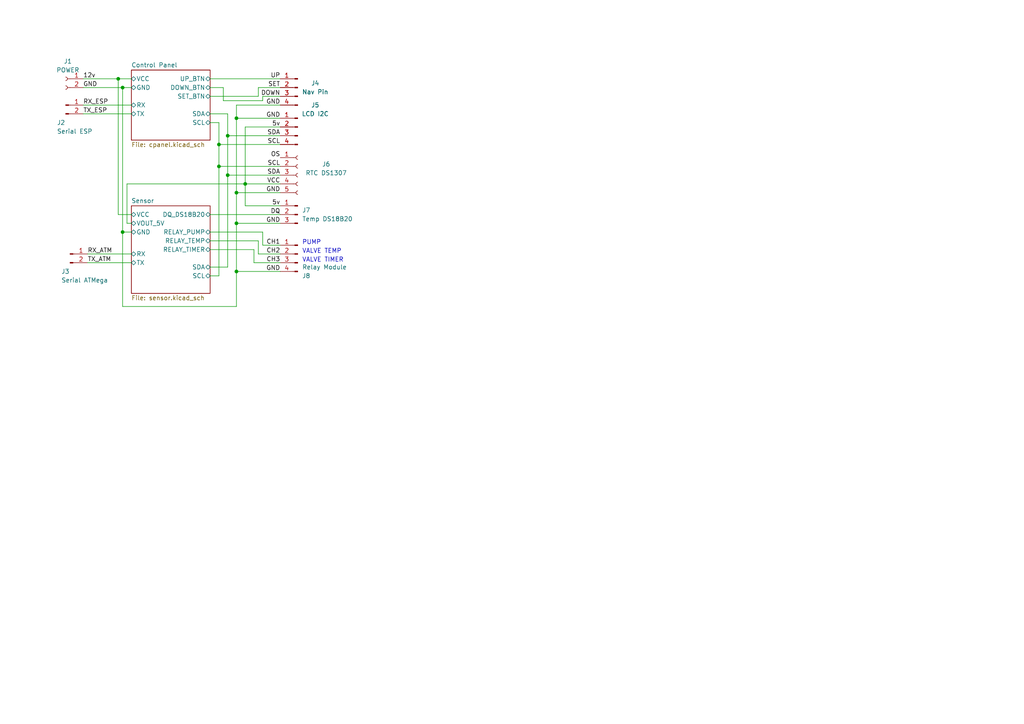
<source format=kicad_sch>
(kicad_sch (version 20211123) (generator eeschema)
  (paper "A4")
  (lib_symbols
    (symbol "Connector:Conn_01x02_Female" (pin_names (offset 1.016) hide)
      (property "Reference" "J" (at 0 2.54 0))
      (property "Value" "Conn_01x02_Female" (at 0 -5.08 0))
      (symbol "Conn_01x02_Female_1_1"
        (arc (start 0 -2.032) (mid -0.508 -2.54) (end 0 -3.048) (stroke (width 0.1524)))
        (polyline (pts (xy -1.27 -2.54) (xy -0.508 -2.54)) (stroke (width 0.1524)))
        (polyline (pts (xy -1.27 0) (xy -0.508 0)) (stroke (width 0.1524)))
        (arc (start 0 0.508) (mid -0.508 0) (end 0 -0.508) (stroke (width 0.1524)))
        (pin passive line (at -5.08 0 0) (length 3.81) (name "Pin_1") (number "1"))
        (pin passive line (at -5.08 -2.54 0) (length 3.81) (name "Pin_2") (number "2"))
      )
    )
    (symbol "Connector:Conn_01x02_Male" (pin_names (offset 1.016) hide)
      (property "Reference" "J" (at 0 2.54 0))
      (property "Value" "Conn_01x02_Male" (at 0 -5.08 0))
      (symbol "Conn_01x02_Male_1_1"
        (polyline (pts (xy 1.27 -2.54) (xy 0.8636 -2.54)) (stroke (width 0.1524)))
        (polyline (pts (xy 1.27 0) (xy 0.8636 0)) (stroke (width 0.1524)))
        (rectangle (start 0.8636 -2.413) (end 0 -2.667) (stroke (width 0.1524)) (fill (type outline)))
        (rectangle (start 0.8636 0.127) (end 0 -0.127) (stroke (width 0.1524)) (fill (type outline)))
        (pin passive line (at 5.08 0 180) (length 3.81) (name "Pin_1") (number "1"))
        (pin passive line (at 5.08 -2.54 180) (length 3.81) (name "Pin_2") (number "2"))
      )
    )
    (symbol "Connector:Conn_01x03_Male" (pin_names (offset 1.016) hide)
      (property "Reference" "J" (at 0 5.08 0))
      (property "Value" "Conn_01x03_Male" (at 0 -5.08 0))
      (symbol "Conn_01x03_Male_1_1"
        (polyline (pts (xy 1.27 -2.54) (xy 0.8636 -2.54)) (stroke (width 0.1524)))
        (polyline (pts (xy 1.27 0) (xy 0.8636 0)) (stroke (width 0.1524)))
        (polyline (pts (xy 1.27 2.54) (xy 0.8636 2.54)) (stroke (width 0.1524)))
        (rectangle (start 0.8636 -2.413) (end 0 -2.667) (stroke (width 0.1524)) (fill (type outline)))
        (rectangle (start 0.8636 0.127) (end 0 -0.127) (stroke (width 0.1524)) (fill (type outline)))
        (rectangle (start 0.8636 2.667) (end 0 2.413) (stroke (width 0.1524)) (fill (type outline)))
        (pin passive line (at 5.08 2.54 180) (length 3.81) (name "Pin_1") (number "1"))
        (pin passive line (at 5.08 0 180) (length 3.81) (name "Pin_2") (number "2"))
        (pin passive line (at 5.08 -2.54 180) (length 3.81) (name "Pin_3") (number "3"))
      )
    )
    (symbol "Connector:Conn_01x04_Male" (pin_names (offset 1.016) hide)
      (property "Reference" "J" (at 0 5.08 0))
      (property "Value" "Conn_01x04_Male" (at 0 -7.62 0))
      (symbol "Conn_01x04_Male_1_1"
        (polyline (pts (xy 1.27 -5.08) (xy 0.8636 -5.08)) (stroke (width 0.1524)))
        (polyline (pts (xy 1.27 -2.54) (xy 0.8636 -2.54)) (stroke (width 0.1524)))
        (polyline (pts (xy 1.27 0) (xy 0.8636 0)) (stroke (width 0.1524)))
        (polyline (pts (xy 1.27 2.54) (xy 0.8636 2.54)) (stroke (width 0.1524)))
        (rectangle (start 0.8636 -4.953) (end 0 -5.207) (stroke (width 0.1524)) (fill (type outline)))
        (rectangle (start 0.8636 -2.413) (end 0 -2.667) (stroke (width 0.1524)) (fill (type outline)))
        (rectangle (start 0.8636 0.127) (end 0 -0.127) (stroke (width 0.1524)) (fill (type outline)))
        (rectangle (start 0.8636 2.667) (end 0 2.413) (stroke (width 0.1524)) (fill (type outline)))
        (pin passive line (at 5.08 2.54 180) (length 3.81) (name "Pin_1") (number "1"))
        (pin passive line (at 5.08 0 180) (length 3.81) (name "Pin_2") (number "2"))
        (pin passive line (at 5.08 -2.54 180) (length 3.81) (name "Pin_3") (number "3"))
        (pin passive line (at 5.08 -5.08 180) (length 3.81) (name "Pin_4") (number "4"))
      )
    )
    (symbol "Connector:Conn_01x05_Female" (pin_names (offset 1.016) hide)
      (property "Reference" "J" (at 0 7.62 0))
      (property "Value" "Conn_01x05_Female" (at 0 -7.62 0))
      (symbol "Conn_01x05_Female_1_1"
        (arc (start 0 -4.572) (mid -0.508 -5.08) (end 0 -5.588) (stroke (width 0.1524)))
        (arc (start 0 -2.032) (mid -0.508 -2.54) (end 0 -3.048) (stroke (width 0.1524)))
        (polyline (pts (xy -1.27 -5.08) (xy -0.508 -5.08)) (stroke (width 0.1524)))
        (polyline (pts (xy -1.27 -2.54) (xy -0.508 -2.54)) (stroke (width 0.1524)))
        (polyline (pts (xy -1.27 0) (xy -0.508 0)) (stroke (width 0.1524)))
        (polyline (pts (xy -1.27 2.54) (xy -0.508 2.54)) (stroke (width 0.1524)))
        (polyline (pts (xy -1.27 5.08) (xy -0.508 5.08)) (stroke (width 0.1524)))
        (arc (start 0 0.508) (mid -0.508 0) (end 0 -0.508) (stroke (width 0.1524)))
        (arc (start 0 3.048) (mid -0.508 2.54) (end 0 2.032) (stroke (width 0.1524)))
        (arc (start 0 5.588) (mid -0.508 5.08) (end 0 4.572) (stroke (width 0.1524)))
        (pin passive line (at -5.08 5.08 0) (length 3.81) (name "Pin_1") (number "1"))
        (pin passive line (at -5.08 2.54 0) (length 3.81) (name "Pin_2") (number "2"))
        (pin passive line (at -5.08 0 0) (length 3.81) (name "Pin_3") (number "3"))
        (pin passive line (at -5.08 -2.54 0) (length 3.81) (name "Pin_4") (number "4"))
        (pin passive line (at -5.08 -5.08 0) (length 3.81) (name "Pin_5") (number "5"))
      )
    )
  )
  (junction (at 66.04 50.8))
  (junction (at 68.58 78.74))
  (junction (at 35.56 67.31))
  (junction (at 63.5 41.91))
  (junction (at 35.56 25.4))
  (junction (at 68.58 55.88))
  (junction (at 63.5 48.26))
  (junction (at 71.12 53.34))
  (junction (at 68.58 64.77))
  (junction (at 66.04 39.37))
  (junction (at 68.58 34.29))
  (junction (at 34.29 22.86))
  (wire (pts (xy 81.28 71.12) (xy 76.2 71.12)))
  (wire (pts (xy 60.96 25.4) (xy 64.77 25.4)))
  (wire (pts (xy 68.58 34.29) (xy 68.58 30.48)))
  (wire (pts (xy 63.5 41.91) (xy 63.5 35.56)))
  (wire (pts (xy 81.28 50.8) (xy 66.04 50.8)))
  (wire (pts (xy 66.04 50.8) (xy 66.04 39.37)))
  (wire (pts (xy 36.83 53.34) (xy 71.12 53.34)))
  (wire (pts (xy 63.5 80.01) (xy 63.5 48.26)))
  (wire (pts (xy 68.58 34.29) (xy 81.28 34.29)))
  (wire (pts (xy 74.93 69.85) (xy 60.96 69.85)))
  (wire (pts (xy 60.96 33.02) (xy 66.04 33.02)))
  (wire (pts (xy 35.56 67.31) (xy 35.56 25.4)))
  (wire (pts (xy 68.58 30.48) (xy 81.28 30.48)))
  (wire (pts (xy 34.29 62.23) (xy 38.1 62.23)))
  (wire (pts (xy 60.96 62.23) (xy 81.28 62.23)))
  (wire (pts (xy 76.2 29.21) (xy 64.77 29.21)))
  (wire (pts (xy 25.4 73.66) (xy 38.1 73.66)))
  (wire (pts (xy 81.28 48.26) (xy 63.5 48.26)))
  (wire (pts (xy 68.58 78.74) (xy 81.28 78.74)))
  (wire (pts (xy 35.56 67.31) (xy 35.56 88.9)))
  (wire (pts (xy 60.96 80.01) (xy 63.5 80.01)))
  (wire (pts (xy 36.83 64.77) (xy 36.83 53.34)))
  (wire (pts (xy 68.58 55.88) (xy 81.28 55.88)))
  (wire (pts (xy 24.13 22.86) (xy 34.29 22.86)))
  (wire (pts (xy 81.28 76.2) (xy 73.66 76.2)))
  (wire (pts (xy 71.12 36.83) (xy 71.12 53.34)))
  (wire (pts (xy 25.4 76.2) (xy 38.1 76.2)))
  (wire (pts (xy 73.66 76.2) (xy 73.66 72.39)))
  (wire (pts (xy 35.56 25.4) (xy 38.1 25.4)))
  (wire (pts (xy 71.12 53.34) (xy 81.28 53.34)))
  (wire (pts (xy 66.04 33.02) (xy 66.04 39.37)))
  (wire (pts (xy 35.56 67.31) (xy 38.1 67.31)))
  (wire (pts (xy 74.93 25.4) (xy 81.28 25.4)))
  (wire (pts (xy 81.28 27.94) (xy 76.2 27.94)))
  (wire (pts (xy 68.58 55.88) (xy 68.58 34.29)))
  (wire (pts (xy 68.58 78.74) (xy 68.58 64.77)))
  (wire (pts (xy 66.04 39.37) (xy 81.28 39.37)))
  (wire (pts (xy 60.96 22.86) (xy 81.28 22.86)))
  (wire (pts (xy 81.28 73.66) (xy 74.93 73.66)))
  (wire (pts (xy 76.2 71.12) (xy 76.2 67.31)))
  (wire (pts (xy 66.04 77.47) (xy 66.04 50.8)))
  (wire (pts (xy 76.2 67.31) (xy 60.96 67.31)))
  (wire (pts (xy 24.13 33.02) (xy 38.1 33.02)))
  (wire (pts (xy 38.1 64.77) (xy 36.83 64.77)))
  (wire (pts (xy 24.13 25.4) (xy 35.56 25.4)))
  (wire (pts (xy 68.58 88.9) (xy 68.58 78.74)))
  (wire (pts (xy 64.77 29.21) (xy 64.77 25.4)))
  (wire (pts (xy 68.58 64.77) (xy 68.58 55.88)))
  (wire (pts (xy 68.58 64.77) (xy 81.28 64.77)))
  (wire (pts (xy 81.28 36.83) (xy 71.12 36.83)))
  (wire (pts (xy 63.5 48.26) (xy 63.5 41.91)))
  (wire (pts (xy 71.12 59.69) (xy 81.28 59.69)))
  (wire (pts (xy 24.13 30.48) (xy 38.1 30.48)))
  (wire (pts (xy 60.96 27.94) (xy 74.93 27.94)))
  (wire (pts (xy 71.12 53.34) (xy 71.12 59.69)))
  (wire (pts (xy 34.29 22.86) (xy 38.1 22.86)))
  (wire (pts (xy 60.96 72.39) (xy 73.66 72.39)))
  (wire (pts (xy 74.93 73.66) (xy 74.93 69.85)))
  (wire (pts (xy 81.28 41.91) (xy 63.5 41.91)))
  (wire (pts (xy 34.29 62.23) (xy 34.29 22.86)))
  (wire (pts (xy 60.96 77.47) (xy 66.04 77.47)))
  (wire (pts (xy 76.2 27.94) (xy 76.2 29.21)))
  (wire (pts (xy 35.56 88.9) (xy 68.58 88.9)))
  (wire (pts (xy 63.5 35.56) (xy 60.96 35.56)))
  (wire (pts (xy 74.93 27.94) (xy 74.93 25.4)))
  (text "VALVE TIMER" (at 87.63 76.2 0) (effects (font (size 1.27 1.27)) (justify left bottom)))
  (text "VALVE TEMP" (at 87.63 73.66 0) (effects (font (size 1.27 1.27)) (justify left bottom)))
  (text "PUMP" (at 87.63 71.12 0) (effects (font (size 1.27 1.27)) (justify left bottom)))
  (label "GND" (at 24.13 25.4 0))
  (label "TX_ESP" (at 24.13 33.02 0))
  (label "OS" (at 81.28 45.72 180))
  (label "CH1" (at 81.28 71.12 180))
  (label "SCL" (at 81.28 41.91 180))
  (label "TX_ATM" (at 25.4 76.2 0))
  (label "VCC" (at 81.28 53.34 180))
  (label "DOWN" (at 81.28 27.94 180))
  (label "SDA" (at 81.28 39.37 180))
  (label "SET" (at 81.28 25.4 180))
  (label "SCL" (at 81.28 48.26 180))
  (label "5v" (at 81.28 36.83 180))
  (label "GND" (at 81.28 34.29 180))
  (label "RX_ATM" (at 25.4 73.66 0))
  (label "12v" (at 24.13 22.86 0))
  (label "5v" (at 81.28 59.69 180))
  (label "GND" (at 81.28 55.88 180))
  (label "CH2" (at 81.28 73.66 180))
  (label "CH3" (at 81.28 76.2 180))
  (label "DQ" (at 81.28 62.23 180))
  (label "UP" (at 81.28 22.86 180))
  (label "RX_ESP" (at 24.13 30.48 0))
  (label "GND" (at 81.28 78.74 180))
  (label "GND" (at 81.28 64.77 180))
  (label "SDA" (at 81.28 50.8 180))
  (label "GND" (at 81.28 30.48 180))
  (symbol (lib_id "Connector:Conn_01x02_Male") (at 20.32 73.66 0) (unit 1)
    (property "Reference" "J3" (at 17.78 78.74 0) (effects (justify left)))
    (property "Value" "Serial ATMega" (at 17.78 81.28 0) (effects (justify left)))
    (property "Footprint" "Connector_PinHeader_2.54mm:PinHeader_1x02_P2.54mm_Vertical" (effects hide))
  )
  (symbol (lib_id "Connector:Conn_01x02_Female") (at 19.05 22.86 0) (mirror y) (unit 1)
    (property "Reference" "J1" (at 19.685 17.78 0))
    (property "Value" "POWER" (at 19.685 20.32 0))
    (property "Footprint" "TerminalBlock:TerminalBlock_bornier-2_P5.08mm" (effects hide))
  )
  (symbol (lib_id "Connector:Conn_01x05_Female") (at 86.36 50.8 0) (unit 1)
    (property "Reference" "J6" (at 94.615 47.625 0))
    (property "Value" "RTC DS1307" (at 94.615 50.165 0))
    (property "Footprint" "Connector_PinSocket_2.54mm:PinSocket_1x05_P2.54mm_Vertical" (effects hide))
  )
  (symbol (lib_id "Connector:Conn_01x04_Male") (at 86.36 25.4 0) (mirror y) (unit 1)
    (property "Reference" "J4" (at 91.44 24.13 0))
    (property "Value" "Nav Pin" (at 91.44 26.67 0))
    (property "Footprint" "Connector_PinHeader_2.54mm:PinHeader_1x04_P2.54mm_Vertical" (effects hide))
  )
  (symbol (lib_id "Connector:Conn_01x02_Male") (at 19.05 30.48 0) (unit 1)
    (property "Reference" "J2" (at 16.51 35.56 0) (effects (justify left)))
    (property "Value" "Serial ESP" (at 16.51 38.1 0) (effects (justify left)))
    (property "Footprint" "Connector_PinHeader_2.54mm:PinHeader_1x02_P2.54mm_Vertical" (effects hide))
  )
  (symbol (lib_id "Connector:Conn_01x03_Male") (at 86.36 62.23 0) (mirror y) (unit 1)
    (property "Reference" "J7" (at 87.63 60.9599 0) (effects (justify right)))
    (property "Value" "Temp DS18B20" (at 87.63 63.4999 0) (effects (justify right)))
    (property "Footprint" "Connector_PinHeader_2.54mm:PinHeader_1x03_P2.54mm_Vertical" (effects hide))
  )
  (symbol (lib_id "Connector:Conn_01x04_Male") (at 86.36 36.83 0) (mirror y) (unit 1)
    (property "Reference" "J5" (at 91.44 30.48 0))
    (property "Value" "LCD I2C" (at 91.44 33.02 0))
    (property "Footprint" "Connector_PinHeader_2.54mm:PinHeader_1x04_P2.54mm_Vertical" (effects hide))
  )
  (symbol (lib_id "Connector:Conn_01x04_Male") (at 86.36 73.66 0) (mirror y) (unit 1)
    (property "Reference" "J8" (at 87.63 80.01 0) (effects (justify right)))
    (property "Value" "Relay Module" (at 87.63 77.47 0) (effects (justify right)))
    (property "Footprint" "Connector_PinHeader_2.54mm:PinHeader_1x04_P2.54mm_Vertical" (effects hide))
  )
  (sheet (at 38.1 59.69) (size 22.86 25.4) (stroke (width 0.1524))
    (property "Sheet name" "Sensor" (at 38.1 58.9784 0) (effects (justify left bottom)))
    (property "Sheet file" "sensor.kicad_sch" (at 38.1 85.6746 0) (effects (justify left top)))
    (pin "RELAY_TIMER" bidirectional (at 60.96 72.39 0))
    (pin "RELAY_TEMP" bidirectional (at 60.96 69.85 0))
    (pin "RELAY_PUMP" bidirectional (at 60.96 67.31 0))
    (pin "DQ_DS18B20" bidirectional (at 60.96 62.23 0))
    (pin "TX" bidirectional (at 38.1 76.2 180))
    (pin "RX" bidirectional (at 38.1 73.66 180))
    (pin "SCL" bidirectional (at 60.96 80.01 0))
    (pin "SDA" bidirectional (at 60.96 77.47 0))
    (pin "GND" bidirectional (at 38.1 67.31 180))
    (pin "VCC" bidirectional (at 38.1 62.23 180))
    (pin "VOUT_5V" bidirectional (at 38.1 64.77 180))
  )
  (sheet (at 38.1 20.32) (size 22.86 20.32) (stroke (width 0.1524))
    (property "Sheet name" "Control Panel" (at 38.1 19.6084 0) (effects (justify left bottom)))
    (property "Sheet file" "cpanel.kicad_sch" (at 38.1 41.2246 0) (effects (justify left top)))
    (pin "DOWN_BTN" bidirectional (at 60.96 25.4 0))
    (pin "UP_BTN" bidirectional (at 60.96 22.86 0))
    (pin "SET_BTN" bidirectional (at 60.96 27.94 0))
    (pin "RX" bidirectional (at 38.1 30.48 180))
    (pin "TX" bidirectional (at 38.1 33.02 180))
    (pin "GND" bidirectional (at 38.1 25.4 180))
    (pin "VCC" bidirectional (at 38.1 22.86 180))
    (pin "SDA" bidirectional (at 60.96 33.02 0))
    (pin "SCL" bidirectional (at 60.96 35.56 0))
  )
)
</source>
